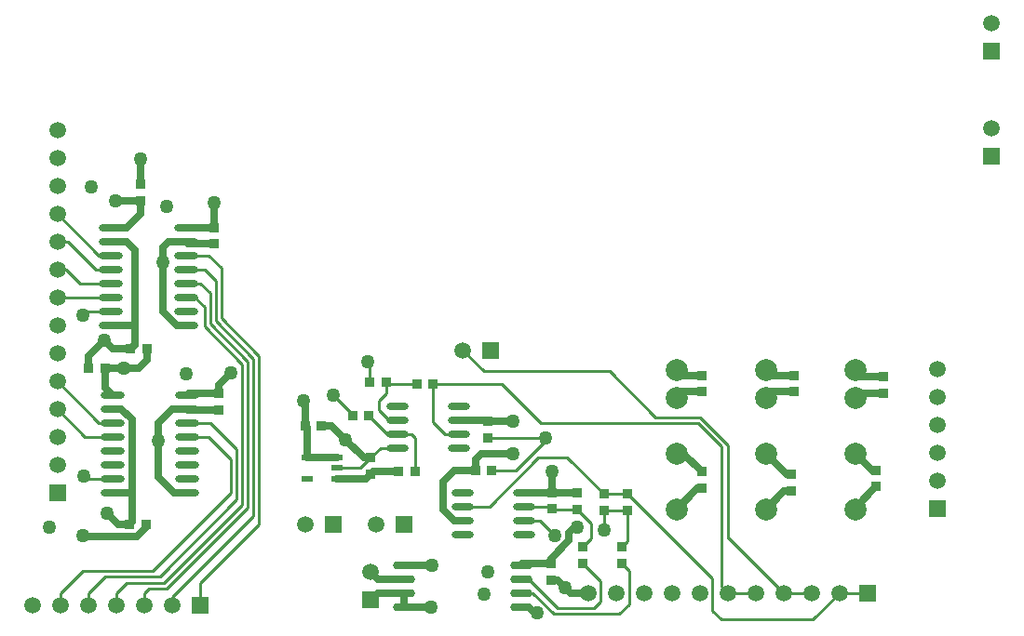
<source format=gtl>
G04 Layer_Physical_Order=1*
G04 Layer_Color=255*
%FSLAX25Y25*%
%MOIN*%
G70*
G01*
G75*
%ADD10R,0.04331X0.02362*%
%ADD11R,0.03543X0.03740*%
%ADD12O,0.08661X0.02362*%
%ADD13O,0.07874X0.02992*%
%ADD14R,0.03740X0.03543*%
%ADD15O,0.08000X0.02400*%
%ADD16C,0.01000*%
%ADD17C,0.02500*%
%ADD18C,0.05906*%
%ADD19R,0.05906X0.05906*%
%ADD20R,0.05906X0.05906*%
%ADD21C,0.07874*%
%ADD22C,0.05000*%
D10*
X303870Y264500D02*
D03*
Y271980D02*
D03*
X314500D02*
D03*
Y264500D02*
D03*
Y268240D02*
D03*
D11*
X240094Y248000D02*
D03*
X246000D02*
D03*
X240595Y311000D02*
D03*
X246500D02*
D03*
X325905Y287000D02*
D03*
X320000D02*
D03*
X336595Y267000D02*
D03*
X342500D02*
D03*
X348905Y298500D02*
D03*
X343000D02*
D03*
X326095Y299000D02*
D03*
X332000D02*
D03*
X231405Y304000D02*
D03*
X225500D02*
D03*
X308906Y283500D02*
D03*
X303000D02*
D03*
X369905Y267500D02*
D03*
X364000D02*
D03*
D12*
X260886Y294500D02*
D03*
Y289500D02*
D03*
Y284500D02*
D03*
Y279500D02*
D03*
Y274500D02*
D03*
Y269500D02*
D03*
Y264500D02*
D03*
Y259500D02*
D03*
X234114D02*
D03*
Y264500D02*
D03*
Y269500D02*
D03*
Y274500D02*
D03*
Y279500D02*
D03*
Y284500D02*
D03*
Y289500D02*
D03*
Y294500D02*
D03*
X260386Y354500D02*
D03*
Y349500D02*
D03*
Y344500D02*
D03*
Y339500D02*
D03*
Y334500D02*
D03*
Y329500D02*
D03*
Y324500D02*
D03*
Y319500D02*
D03*
X233614D02*
D03*
Y324500D02*
D03*
Y329500D02*
D03*
Y334500D02*
D03*
Y339500D02*
D03*
Y344500D02*
D03*
Y349500D02*
D03*
Y354500D02*
D03*
D13*
X380366Y218500D02*
D03*
Y223500D02*
D03*
Y228500D02*
D03*
Y233500D02*
D03*
X338634Y218500D02*
D03*
Y223500D02*
D03*
Y228500D02*
D03*
Y233500D02*
D03*
D14*
X391500Y253594D02*
D03*
Y259500D02*
D03*
X402500Y239906D02*
D03*
Y234000D02*
D03*
X416500Y239906D02*
D03*
Y234000D02*
D03*
X418500Y258906D02*
D03*
Y253000D02*
D03*
X507500Y261595D02*
D03*
Y267500D02*
D03*
X510000Y295094D02*
D03*
Y301000D02*
D03*
X477000Y260094D02*
D03*
Y266000D02*
D03*
X478000Y295595D02*
D03*
Y301500D02*
D03*
X445000Y261094D02*
D03*
Y267000D02*
D03*
Y295595D02*
D03*
Y301500D02*
D03*
X272000Y289094D02*
D03*
Y295000D02*
D03*
X270500Y348594D02*
D03*
Y354500D02*
D03*
X244000Y364094D02*
D03*
Y370000D02*
D03*
X368500Y279095D02*
D03*
Y285000D02*
D03*
X400500Y259405D02*
D03*
Y253500D02*
D03*
X410000Y253000D02*
D03*
Y258906D02*
D03*
X326500Y266094D02*
D03*
Y272000D02*
D03*
X391000Y233906D02*
D03*
Y228000D02*
D03*
D15*
X336000Y290500D02*
D03*
Y285500D02*
D03*
Y280500D02*
D03*
Y275500D02*
D03*
X358000D02*
D03*
Y280500D02*
D03*
Y285500D02*
D03*
Y290500D02*
D03*
X381500Y244500D02*
D03*
Y249500D02*
D03*
Y254500D02*
D03*
Y259500D02*
D03*
X359500D02*
D03*
Y254500D02*
D03*
Y249500D02*
D03*
Y244500D02*
D03*
D16*
X396905Y272000D02*
X410000Y258906D01*
X386500Y272000D02*
X396905D01*
X369000Y254500D02*
X386500Y272000D01*
X214331Y359469D02*
X229299Y344500D01*
X218032Y349468D02*
X228000Y339500D01*
X217531Y339469D02*
X222500Y334500D01*
X233614D01*
X214331Y329468D02*
X233583D01*
X378500Y267500D02*
X389000Y278000D01*
X369905Y267500D02*
X378500D01*
X368500Y279095D02*
X388906D01*
X359500Y254500D02*
X369000D01*
X326500Y272000D02*
X330000Y275500D01*
X336000D01*
X325500Y306500D02*
X326095Y305906D01*
Y299000D02*
Y305906D01*
X314500Y268240D02*
X322740D01*
X326500Y272000D01*
X348905Y298500D02*
X373500D01*
X248500Y231500D02*
X276500Y259500D01*
X223500Y231500D02*
X248500D01*
X276500Y259500D02*
Y271500D01*
X251000Y229500D02*
X278500Y257000D01*
X231500Y229500D02*
X251000D01*
X278500Y257000D02*
Y275000D01*
X280500Y255000D02*
Y305500D01*
X282500Y254000D02*
Y306500D01*
X223500Y323000D02*
X225000Y324500D01*
X258000Y319500D02*
X260386D01*
X260386Y354500D02*
X270500D01*
X260386Y354500D02*
X260386Y354500D01*
X410000Y258906D02*
X418500D01*
X381500Y249500D02*
X387000D01*
X381500Y254500D02*
X390595D01*
X391500Y253594D01*
X391595Y253500D01*
X400500D01*
X418500Y241905D02*
Y253000D01*
X416500Y239906D02*
X418500Y241905D01*
X410000Y253000D02*
X410000Y253000D01*
X418500D01*
X415095Y239906D02*
X416500D01*
X353000Y280500D02*
X358000D01*
X348905Y284594D02*
X353000Y280500D01*
X348905Y284594D02*
Y298500D01*
X332000Y299000D02*
X332500Y298500D01*
X343000D01*
X333000Y285500D02*
X336000D01*
X329500Y289000D02*
X333000Y285500D01*
X329500Y289000D02*
Y292500D01*
X332000Y295000D01*
Y299000D01*
X332405Y280500D02*
X336000D01*
X325905Y287000D02*
X332405Y280500D01*
X320000Y287000D02*
Y287500D01*
X313000Y294500D02*
X320000Y287500D01*
X336000Y280500D02*
X341000D01*
X342500Y279000D01*
Y267000D02*
Y279000D01*
X229299Y344500D02*
X233614D01*
X214331Y349468D02*
X218032D01*
X228000Y339500D02*
X233614D01*
X214331Y339469D02*
X217531D01*
X233583Y329468D02*
X233614Y329500D01*
X225000Y324500D02*
X233614D01*
X273000Y322000D02*
X286500Y308500D01*
X271000Y321000D02*
X284500Y307500D01*
X260386Y334500D02*
X265500D01*
X269000Y331000D01*
Y320000D02*
Y331000D01*
Y320000D02*
X282500Y306500D01*
X260386Y329500D02*
X263500D01*
X267000Y326000D01*
Y319000D02*
Y326000D01*
Y319000D02*
X280500Y305500D01*
X260886Y284500D02*
X269000D01*
X278500Y275000D01*
X260886Y279500D02*
X268500D01*
X276500Y271500D01*
X214331Y289469D02*
X224299Y279500D01*
X234114D01*
X214331Y299468D02*
X229299Y284500D01*
X234114D01*
X260386Y344500D02*
X268500D01*
X273000Y340000D01*
Y322000D02*
Y340000D01*
X260386Y339500D02*
X267000D01*
X271000Y335500D01*
Y321000D02*
Y335500D01*
X223905Y265406D02*
X224811Y264500D01*
X234114D01*
X412126Y303000D02*
X428626Y286500D01*
X402500Y239906D02*
X405500Y242905D01*
Y248500D01*
X400500Y253500D02*
X405500Y248500D01*
X380366Y228500D02*
X383000D01*
X393500Y218000D01*
X406500D01*
X408783Y220284D01*
Y227716D01*
X402500Y234000D02*
X408783Y227716D01*
X380366Y223500D02*
X384500D01*
X392000Y216000D01*
X415500D01*
X419000Y219500D01*
Y231500D01*
X416500Y234000D02*
X419000Y231500D01*
X428626Y286500D02*
X444500D01*
X454500Y276500D01*
X443672Y284500D02*
X452000Y276172D01*
X418500Y258906D02*
X448783Y228622D01*
Y217216D02*
Y228622D01*
Y217216D02*
X452000Y214000D01*
X484925D01*
X494331Y223406D01*
X504331D01*
X454331D02*
X464331D01*
X474331D02*
X484331D01*
X452000Y225736D02*
X454331Y223406D01*
X452000Y225736D02*
Y276172D01*
X454500Y243000D02*
Y276500D01*
Y243000D02*
X454736D01*
X474331Y223406D01*
X359500Y310500D02*
X367000Y303000D01*
X412126D01*
X410000Y246000D02*
Y253000D01*
X388906Y279095D02*
X389000Y279000D01*
X373500Y298500D02*
X387500Y284500D01*
X443672D01*
X389000Y278000D02*
Y279000D01*
X387000Y249500D02*
X392500Y244000D01*
X239000Y227000D02*
X252500D01*
X280500Y255000D01*
X247000Y225000D02*
X253500D01*
X282500Y254000D01*
X215500Y223500D02*
X223500Y231500D01*
X215500Y219000D02*
Y223500D01*
X225500D02*
X231500Y229500D01*
X225500Y219000D02*
Y223500D01*
X235500D02*
X239000Y227000D01*
X235500Y219000D02*
Y223500D01*
X245500D02*
X247000Y225000D01*
X245500Y219000D02*
Y223500D01*
X255500Y219000D02*
Y222000D01*
X284500Y251000D01*
Y307500D01*
X265500Y219000D02*
Y227000D01*
X286500Y248000D01*
Y308500D01*
D17*
X364000Y267500D02*
Y271500D01*
X366000Y273500D01*
X242000Y312405D02*
Y319500D01*
X242000Y319500D01*
X233614D02*
X242000D01*
X242000Y319500D02*
Y346500D01*
X240595Y311000D02*
X242000Y312405D01*
X244000Y370000D02*
Y379000D01*
X391500Y259500D02*
Y267000D01*
X317500Y278500D02*
X324000Y272000D01*
X326500D01*
X312500Y283500D02*
X317500Y278500D01*
X308906Y283500D02*
X312500D01*
X302500Y292500D02*
X303000Y292000D01*
Y283500D02*
Y292000D01*
X366000Y273500D02*
X377500D01*
X368500Y285000D02*
X377500D01*
X233614Y354500D02*
X239000D01*
X244000Y359500D01*
Y364094D01*
X235094D02*
X244000D01*
X238000Y304000D02*
X243500D01*
X246500Y307000D01*
Y311000D01*
X231405Y304000D02*
X238000D01*
X232000Y252000D02*
X236000Y248000D01*
X240094D01*
X234114Y259500D02*
X241000D01*
Y248905D02*
Y259500D01*
X240094Y248000D02*
X241000Y248905D01*
Y259500D02*
Y285811D01*
X237311Y289500D02*
X241000Y285811D01*
X234114Y289500D02*
X237311D01*
X246000Y248000D02*
X246500Y248500D01*
X256000Y259500D02*
X260886D01*
X250500Y265000D02*
X256000Y259500D01*
X250500Y265000D02*
Y278000D01*
Y284500D01*
X255500Y289500D01*
X260886D01*
X252000Y324500D02*
Y342000D01*
X254000Y349500D02*
X260386D01*
X257000Y319500D02*
X258000D01*
X252000Y347500D02*
X254000Y349500D01*
X252000Y342000D02*
Y347500D01*
Y324500D02*
X257000Y319500D01*
X261386Y295000D02*
X272000D01*
X261291Y289094D02*
X272000D01*
X225500Y304000D02*
Y308500D01*
X231000Y314000D01*
X234000Y311000D01*
X240595D01*
X239000Y349500D02*
X242000Y346500D01*
X233614Y349500D02*
X239000D01*
X260386Y354500D02*
X270500D01*
X260386Y349500D02*
X261291Y348594D01*
X270500D01*
X270500Y354500D02*
X270500Y354500D01*
Y363500D01*
X260886Y294500D02*
X261386Y295000D01*
X272000Y298000D02*
X276500Y302500D01*
X272000Y295000D02*
Y298000D01*
X391500Y259500D02*
X400406D01*
X381500D02*
X391500D01*
X400406D02*
X400500Y259405D01*
X356500Y249500D02*
X359500D01*
X352500Y253500D02*
X356500Y249500D01*
X352500Y253500D02*
Y263500D01*
X356500Y267500D01*
X364000D01*
X368000Y285500D02*
X368500Y285000D01*
X358000Y285500D02*
X368000D01*
X327406Y267000D02*
X336595D01*
X326500Y266094D02*
X327406Y267000D01*
X324905Y264500D02*
X326500Y266094D01*
X314500Y264500D02*
X324905D01*
X303870Y271980D02*
X314500D01*
X303870D02*
Y282630D01*
X303000Y283500D02*
X303870Y282630D01*
X231405Y297209D02*
Y304000D01*
Y297209D02*
X234114Y294500D01*
X223500Y244000D02*
X223620Y243880D01*
X242798D01*
X246000Y247082D01*
Y248000D01*
X326500Y231000D02*
X329000Y228500D01*
X338634D01*
X326500Y221000D02*
X329000Y223500D01*
X338634D01*
Y218500D02*
Y223500D01*
X338634Y233500D02*
X348500D01*
X338634Y233500D02*
X338634Y233500D01*
Y218500D02*
X348000D01*
X338634Y218500D02*
X338634Y218500D01*
X380772Y233906D02*
X391000D01*
X380366Y233500D02*
X380772Y233906D01*
X391000D02*
Y235783D01*
X397500Y242283D01*
Y245157D01*
X398095Y223406D02*
X404331D01*
X396000Y225500D02*
X398095Y223406D01*
X380366Y218500D02*
X383000D01*
X385250Y216250D01*
X386093D01*
X438000Y301500D02*
X445000D01*
X436000Y303500D02*
X438000Y301500D01*
X438095Y295595D02*
X445000D01*
X436000Y293500D02*
X438095Y295595D01*
X436000Y273500D02*
X438500D01*
X445000Y267000D01*
X443595Y261094D02*
X445000D01*
X436000Y253500D02*
X443595Y261094D01*
X470000Y301500D02*
X478000D01*
X468000Y303500D02*
X470000Y301500D01*
X470094Y295595D02*
X478000D01*
X468000Y293500D02*
X470094Y295595D01*
X501594Y295094D02*
X510000D01*
X500000Y293500D02*
X501594Y295094D01*
X502500Y301000D02*
X510000D01*
X500000Y303500D02*
X502500Y301000D01*
X475500Y266000D02*
X477000D01*
X468000Y273500D02*
X475500Y266000D01*
X474594Y260094D02*
X477000D01*
X468000Y253500D02*
X474594Y260094D01*
X506000Y267500D02*
X507500D01*
X500000Y273500D02*
X506000Y267500D01*
X500000Y254095D02*
X507500Y261595D01*
X500000Y253500D02*
Y254095D01*
X397500Y245157D02*
X399343Y247000D01*
X400500D01*
X391000Y228000D02*
X393500D01*
X396000Y225500D01*
D18*
X529331Y303720D02*
D03*
Y293721D02*
D03*
Y283720D02*
D03*
Y273721D02*
D03*
Y263720D02*
D03*
X326500Y231000D02*
D03*
X205500Y219000D02*
D03*
X215500D02*
D03*
X225500D02*
D03*
X235500D02*
D03*
X255500D02*
D03*
X245500D02*
D03*
X214331Y269468D02*
D03*
Y279468D02*
D03*
Y289469D02*
D03*
Y299468D02*
D03*
Y309469D02*
D03*
Y319468D02*
D03*
Y329468D02*
D03*
Y339469D02*
D03*
Y349468D02*
D03*
Y359469D02*
D03*
Y369468D02*
D03*
Y379468D02*
D03*
Y389469D02*
D03*
X548831Y427720D02*
D03*
Y390220D02*
D03*
X303000Y248000D02*
D03*
X359500Y310500D02*
D03*
X328500Y248000D02*
D03*
X494331Y223406D02*
D03*
X484331D02*
D03*
X474331D02*
D03*
X464331D02*
D03*
X454331D02*
D03*
X444331D02*
D03*
X434331D02*
D03*
X424331D02*
D03*
X414331D02*
D03*
X404331D02*
D03*
D19*
X529331Y253720D02*
D03*
X326500Y221000D02*
D03*
X214331Y259469D02*
D03*
X548831Y417721D02*
D03*
Y380221D02*
D03*
D20*
X265500Y219000D02*
D03*
X313000Y248000D02*
D03*
X369500Y310500D02*
D03*
X338500Y248000D02*
D03*
X504331Y223406D02*
D03*
D21*
X500000Y253500D02*
D03*
Y273500D02*
D03*
Y293500D02*
D03*
Y303500D02*
D03*
X468000Y253500D02*
D03*
Y273500D02*
D03*
Y293500D02*
D03*
Y303500D02*
D03*
X436000Y253500D02*
D03*
Y273500D02*
D03*
Y293500D02*
D03*
Y303500D02*
D03*
D22*
X226500Y369000D02*
D03*
X244000Y379000D02*
D03*
X391500Y267000D02*
D03*
X325500Y306500D02*
D03*
X317500Y278500D02*
D03*
X302500Y292500D02*
D03*
X377500Y273500D02*
D03*
Y285000D02*
D03*
X260500Y302000D02*
D03*
X253500Y362000D02*
D03*
X235094Y364094D02*
D03*
X238000Y304000D02*
D03*
X211500Y247000D02*
D03*
X232000Y252000D02*
D03*
X250500Y278000D02*
D03*
X231000Y314000D02*
D03*
X223500Y323000D02*
D03*
X252000Y342000D02*
D03*
X270500Y363500D02*
D03*
X276500Y302500D02*
D03*
X313000Y294500D02*
D03*
X223905Y265406D02*
D03*
X223500Y244000D02*
D03*
X348000Y218500D02*
D03*
X348500Y233500D02*
D03*
X367000Y223000D02*
D03*
X368500Y231000D02*
D03*
X396000Y225500D02*
D03*
X386093Y216250D02*
D03*
X400500Y247000D02*
D03*
X410000Y246000D02*
D03*
X389000Y279000D02*
D03*
X392500Y244000D02*
D03*
M02*

</source>
